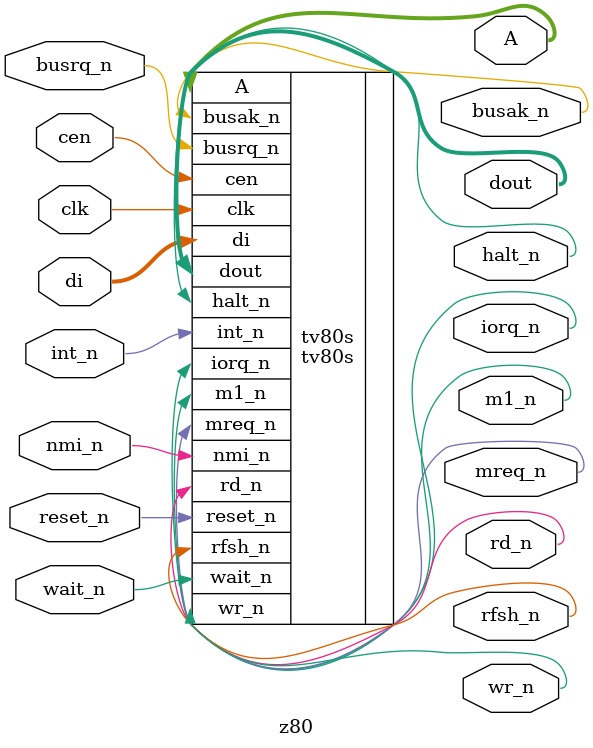
<source format=v>

/*
 * Copyright (c) 2024 ReJ aka Renaldas Zioma
 * SPDX-License-Identifier: Apache-2.0
 */

`default_nettype none

module tt_um_rejunity_z80 (
    input  wire [7:0] ui_in,    // Dedicated inputs
    output wire [7:0] uo_out,   // Dedicated outputs
    input  wire [7:0] uio_in,   // IOs: Input path
    output wire [7:0] uio_out,  // IOs: Output path
    output wire [7:0] uio_oe,   // IOs: Enable path (active high: 0=input, 1=output)
    input  wire       ena,      // will go high when the design is enabled
    input  wire       clk,      // clock
    input  wire       rst_n     // reset_n - low to reset
);

    // We have to multiplex the 16 bits of (A) address bus and 8 control signals into
    // the 8 output pins that are available in TinyTapeout.
    //
    // 1) TinyTapeout clock has to be divided by 4 to get the Z80 clock and
    // 2) Output pins see the following sequence:
    //   1st cycle --- control signals {m1_n, mreq_n, iorq_n, rd_n, wr_n, rfsh_n, halt_n, busak_n}
    //   2nd cycle --- {A0 - A7}
    //   3rd cycle --- repeated control signals
    //   4th cycle --- {A8 - A15}

    reg [1:0] clk_counter;
    always @(posedge clk)
        clk_counter <= (rst_n) ? clk_counter + 1 : 0;
    wire z80_clk = (rst_n) ? clk_counter[1:0] == 0: clk; // Z80 clock is pulsed once every 4 TinyTapeout clock cycles

    wire  [7:0] ctrl_signals;
    wire [15:0] addr_bus;
    assign uo_out = (clk_counter[0] == 0) ? ctrl_signals :
                    (clk_counter[1] == 0) ? addr_bus[7:0] :
                                            addr_bus[15:8];
    // always @(*) begin
    //     case(clk_counter[1:0])
    //         2'd0:  assign uo_out = ctrl_signals;
    //         2'd1:  assign uo_out = addr_bus[7:0];
    //         2'd2:  assign uo_out = ctrl_signals;
    //         2'd3:  assign uo_out = addr_bus[15:8];
    //     endcase
    // end
    
    wire wr = ~ctrl_signals[4];
    assign uio_oe  = {8{wr}}; // (active high: 0=input, 1=output)

    z80 z80 (
        .clk     (z80_clk),
        .cen     (ena),
        .reset_n (rst_n),
        .wait_n  (ui_in[0]),
        .int_n   (ui_in[1]),
        .nmi_n   (ui_in[2]),
        .busrq_n (ui_in[3]),
        .di      (uio_in),
        .dout    (uio_out),
        .A       (addr_bus),
        .m1_n    (ctrl_signals[0]),
        .mreq_n  (ctrl_signals[1]),
        .iorq_n  (ctrl_signals[2]),
        .rd_n    (ctrl_signals[3]),
        .wr_n    (ctrl_signals[4]),
        .rfsh_n  (ctrl_signals[5]),
        .halt_n  (ctrl_signals[6]),
        .busak_n (ctrl_signals[7])
    );
endmodule

module z80 (
    input  wire         clk,
    input  wire         cen,
    input  wire         reset_n,
    input  wire         wait_n,
    input  wire         int_n,
    input  wire         nmi_n,
    input  wire         busrq_n,

    input  wire [7:0]   di,
    output wire [7:0]   dout,

    output wire [15:0]  A,
    output wire         m1_n,
    output wire         mreq_n,
    output wire         iorq_n,
    output wire         rd_n,
    output wire         wr_n,
    output wire         rfsh_n,
    output wire         halt_n,
    output wire         busak_n
);

    tv80s #(
        .Mode(0),   // Z80 mode
        .T2Write(1),// wr_n active in T2
        .IOWait(1)  // std I/O cycle
    ) tv80s (
        .reset_n (reset_n),
        .clk (clk),
        .cen (cen),
        .wait_n (wait_n),
        .int_n (int_n),
        .nmi_n (nmi_n),
        .busrq_n (busrq_n),
        .m1_n (m1_n),
        .mreq_n (mreq_n),
        .iorq_n (iorq_n),
        .rd_n (rd_n),
        .wr_n (wr_n),
        .rfsh_n (rfsh_n),
        .halt_n (halt_n),
        .busak_n (busak_n),
        .A (A),
        .di (di),
        .dout (dout)
    );

endmodule
</source>
